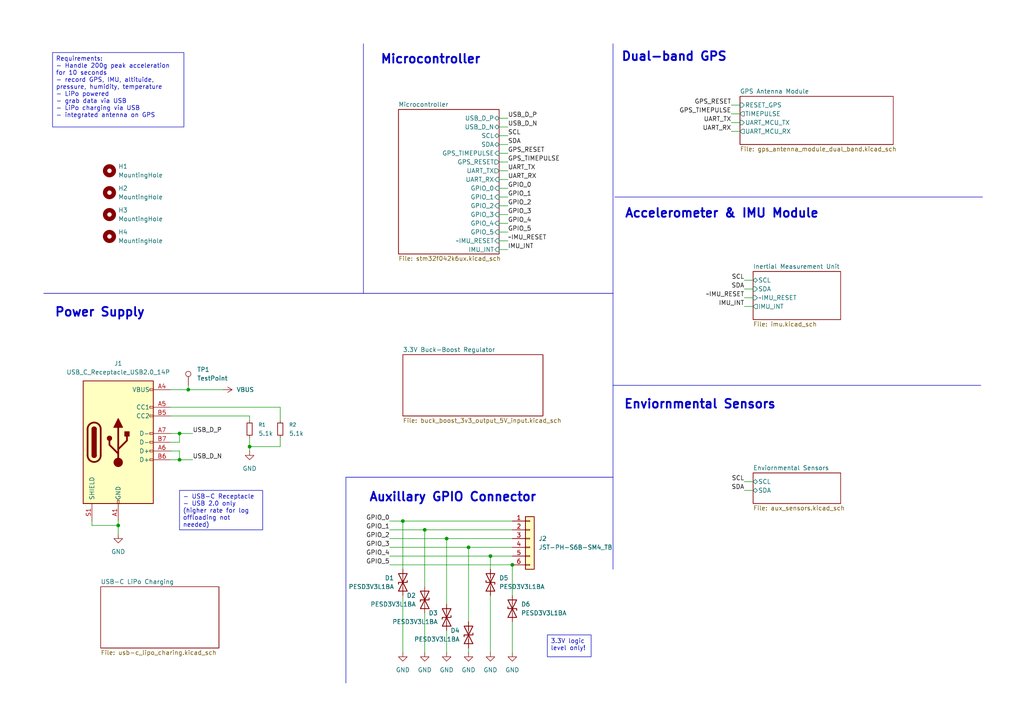
<source format=kicad_sch>
(kicad_sch (version 20250114) (generator "eeschema") (generator_version "9.0")
  (paper "A4")
  (title_block (title "Rocket Datalogger") (date "2025-08-18") (rev "1") (company "Brian Glen"))
  (lib_symbols
    (symbol "Connector:TestPoint" (pin_numbers (hide yes)) (pin_names (offset 0.762) (hide yes))
      (property "Reference" "TP" (at 0 6.858 0))
      (property "Value" "TestPoint" (at 0 5.08 0))
      (symbol "TestPoint_0_1"
        (circle (center 0 3.302) (radius 0.762))
      )
      (symbol "TestPoint_1_1"
        (pin passive line (at 0 0 90) (length 2.54) (name "1") (number "1"))
      )
    )
    (symbol "Connector:USB_C_Receptacle_USB2.0_14P" (pin_names (offset 1.016))
      (property "Reference" "J" (at 0 22.225 0))
      (property "Value" "USB_C_Receptacle_USB2.0_14P" (at 0 19.685 0))
      (symbol "USB_C_Receptacle_USB2.0_14P_0_0"
        (rectangle (start -0.254 -17.78) (end 0.254 -16.764))
        (rectangle (start 10.16 15.494) (end 9.144 14.986))
        (rectangle (start 10.16 10.414) (end 9.144 9.906))
        (rectangle (start 10.16 7.874) (end 9.144 7.366))
        (rectangle (start 10.16 2.794) (end 9.144 2.286))
        (rectangle (start 10.16 0.254) (end 9.144 -0.254))
        (rectangle (start 10.16 -2.286) (end 9.144 -2.794))
        (rectangle (start 10.16 -4.826) (end 9.144 -5.334))
      )
      (symbol "USB_C_Receptacle_USB2.0_14P_0_1"
        (rectangle (start -10.16 17.78) (end 10.16 -17.78) (stroke (width 0.254)) (fill (type background)))
        (polyline (pts (xy -8.89 -3.81) (xy -8.89 3.81)) (stroke (width 0.508)))
        (rectangle (start -7.62 -3.81) (end -6.35 3.81) (stroke (width 0.254)) (fill (type outline)))
        (arc (start -7.62 3.81) (mid -6.985 4.4423) (end -6.35 3.81) (stroke (width 0.254)))
        (arc (start -7.62 3.81) (mid -6.985 4.4423) (end -6.35 3.81) (stroke (width 0.254)) (fill (type outline)))
        (arc (start -8.89 3.81) (mid -6.985 5.7067) (end -5.08 3.81) (stroke (width 0.508)))
        (arc (start -5.08 -3.81) (mid -6.985 -5.7067) (end -8.89 -3.81) (stroke (width 0.508)))
        (arc (start -6.35 -3.81) (mid -6.985 -4.4423) (end -7.62 -3.81) (stroke (width 0.254)))
        (arc (start -6.35 -3.81) (mid -6.985 -4.4423) (end -7.62 -3.81) (stroke (width 0.254)) (fill (type outline)))
        (polyline (pts (xy -5.08 3.81) (xy -5.08 -3.81)) (stroke (width 0.508)))
        (circle (center -2.54 1.143) (radius 0.635) (stroke (width 0.254)) (fill (type outline)))
        (polyline (pts (xy -1.27 4.318) (xy 0 6.858) (xy 1.27 4.318) (xy -1.27 4.318)) (stroke (width 0.254)) (fill (type outline)))
        (polyline (pts (xy 0 -2.032) (xy 2.54 0.508) (xy 2.54 1.778)) (stroke (width 0.508)))
        (polyline (pts (xy 0 -3.302) (xy -2.54 -0.762) (xy -2.54 0.508)) (stroke (width 0.508)))
        (polyline (pts (xy 0 -5.842) (xy 0 4.318)) (stroke (width 0.508)))
        (circle (center 0 -5.842) (radius 1.27) (fill (type outline)))
        (rectangle (start 1.905 1.778) (end 3.175 3.048) (stroke (width 0.254)) (fill (type outline)))
      )
      (symbol "USB_C_Receptacle_USB2.0_14P_1_1"
        (pin passive line (at -7.62 -22.86 90) (length 5.08) (name "SHIELD") (number "S1"))
        (pin passive line (at 0 -22.86 90) (length 5.08) (name "GND") (number "A1"))
        (pin passive line (at 0 -22.86 90) (length 5.08) (hide yes) (name "GND") (number "A12"))
        (pin passive line (at 0 -22.86 90) (length 5.08) (hide yes) (name "GND") (number "B1"))
        (pin passive line (at 0 -22.86 90) (length 5.08) (hide yes) (name "GND") (number "B12"))
        (pin passive line (at 15.24 15.24 180) (length 5.08) (name "VBUS") (number "A4"))
        (pin passive line (at 15.24 15.24 180) (length 5.08) (hide yes) (name "VBUS") (number "A9"))
        (pin passive line (at 15.24 15.24 180) (length 5.08) (hide yes) (name "VBUS") (number "B4"))
        (pin passive line (at 15.24 15.24 180) (length 5.08) (hide yes) (name "VBUS") (number "B9"))
        (pin bidirectional line (at 15.24 10.16 180) (length 5.08) (name "CC1") (number "A5"))
        (pin bidirectional line (at 15.24 7.62 180) (length 5.08) (name "CC2") (number "B5"))
        (pin bidirectional line (at 15.24 2.54 180) (length 5.08) (name "D-") (number "A7"))
        (pin bidirectional line (at 15.24 0 180) (length 5.08) (name "D-") (number "B7"))
        (pin bidirectional line (at 15.24 -2.54 180) (length 5.08) (name "D+") (number "A6"))
        (pin bidirectional line (at 15.24 -5.08 180) (length 5.08) (name "D+") (number "B6"))
      )
    )
    (symbol "Connector_Generic:Conn_01x06" (pin_names (offset 1.016) (hide yes))
      (property "Reference" "J" (at 0 7.62 0))
      (property "Value" "Conn_01x06" (at 0 -10.16 0))
      (symbol "Conn_01x06_1_1"
        (rectangle (start -1.27 6.35) (end 1.27 -8.89) (stroke (width 0.254)) (fill (type background)))
        (rectangle (start -1.27 5.207) (end 0 4.953) (stroke (width 0.1524)))
        (rectangle (start -1.27 2.667) (end 0 2.413) (stroke (width 0.1524)))
        (rectangle (start -1.27 0.127) (end 0 -0.127) (stroke (width 0.1524)))
        (rectangle (start -1.27 -2.413) (end 0 -2.667) (stroke (width 0.1524)))
        (rectangle (start -1.27 -4.953) (end 0 -5.207) (stroke (width 0.1524)))
        (rectangle (start -1.27 -7.493) (end 0 -7.747) (stroke (width 0.1524)))
        (pin passive line (at -5.08 5.08 0) (length 3.81) (name "Pin_1") (number "1"))
        (pin passive line (at -5.08 2.54 0) (length 3.81) (name "Pin_2") (number "2"))
        (pin passive line (at -5.08 0 0) (length 3.81) (name "Pin_3") (number "3"))
        (pin passive line (at -5.08 -2.54 0) (length 3.81) (name "Pin_4") (number "4"))
        (pin passive line (at -5.08 -5.08 0) (length 3.81) (name "Pin_5") (number "5"))
        (pin passive line (at -5.08 -7.62 0) (length 3.81) (name "Pin_6") (number "6"))
      )
    )
    (symbol "Device:D_TVS" (pin_numbers (hide yes)) (pin_names (offset 1.016) (hide yes))
      (property "Reference" "D" (at 0 2.54 0))
      (property "Value" "D_TVS" (at 0 -2.54 0))
      (symbol "D_TVS_0_1"
        (polyline (pts (xy -2.54 1.27) (xy -2.54 -1.27) (xy 2.54 1.27) (xy 2.54 -1.27) (xy -2.54 1.27)) (stroke (width 0.254)))
        (polyline (pts (xy 0.508 1.27) (xy 0 1.27) (xy 0 -1.27) (xy -0.508 -1.27)) (stroke (width 0.254)))
        (polyline (pts (xy 1.27 0) (xy -1.27 0)))
      )
      (symbol "D_TVS_1_1"
        (pin passive line (at -3.81 0 0) (length 2.54) (name "A1") (number "1"))
        (pin passive line (at 3.81 0 180) (length 2.54) (name "A2") (number "2"))
      )
    )
    (symbol "Device:R_Small" (pin_numbers (hide yes)) (pin_names (offset 0.254) (hide yes))
      (property "Reference" "R" (at 0 0 90))
      (property "Value" "R_Small" (at 1.778 0 90))
      (symbol "R_Small_0_1"
        (rectangle (start -0.762 1.778) (end 0.762 -1.778) (stroke (width 0.2032)))
      )
      (symbol "R_Small_1_1"
        (pin passive line (at 0 2.54 270) (length 0.762) (name "~") (number "1"))
        (pin passive line (at 0 -2.54 90) (length 0.762) (name "~") (number "2"))
      )
    )
    (symbol "Mechanical:MountingHole" (pin_names (offset 1.016)) (in_bom no)
      (property "Reference" "H" (at 0 5.08 0))
      (property "Value" "MountingHole" (at 0 3.175 0))
      (symbol "MountingHole_0_1"
        (circle (center 0 0) (radius 1.27) (stroke (width 1.27)))
      )
    )
    (symbol "power:GND" (power) (pin_numbers (hide yes)) (pin_names (offset 0) (hide yes))
      (property "Value" "GND" (at 0 -3.81 0))
      (symbol "GND_0_1"
        (polyline (pts (xy 0 0) (xy 0 -1.27) (xy 1.27 -1.27) (xy 0 -2.54) (xy -1.27 -1.27) (xy 0 -1.27)))
      )
      (symbol "GND_1_1"
        (pin power_in line (at 0 0 270) (length 0) (name "~") (number "1"))
      )
    )
    (symbol "power:VBUS" (power) (pin_numbers (hide yes)) (pin_names (offset 0) (hide yes))
      (property "Value" "VBUS" (at 0 3.556 0))
      (symbol "VBUS_0_1"
        (polyline (pts (xy -0.762 1.27) (xy 0 2.54)))
        (polyline (pts (xy 0 2.54) (xy 0.762 1.27)))
        (polyline (pts (xy 0 0) (xy 0 2.54)))
      )
      (symbol "VBUS_1_1"
        (pin power_in line (at 0 0 90) (length 0) (name "~") (number "1"))
      )
    )
  )
  (rectangle (start 105.41 12.7) (end 105.41 85.09))
  (rectangle (start 177.8 111.76) (end 284.48 111.76))
  (rectangle (start 177.8 12.7) (end 177.8 165.1))
  (rectangle (start 100.33 138.4046) (end 177.8 138.43))
  (rectangle (start 178.308 57.15) (end 284.988 57.15))
  (rectangle (start 12.7 85.0646) (end 177.8 85.09))
  (rectangle (start 100.33 138.43) (end 100.33 198.12))
  (text "Auxillary GPIO Connector\n" (at 106.934 144.272 0) (effects (font (size 2.54 2.54) (thickness 0.508) (bold yes)) (justify left)))
  (text "Dual-band GPS" (at 180.086 16.51 0) (effects (font (size 2.54 2.54) (thickness 0.508) (bold yes)) (justify left)))
  (text "Power Supply" (at 15.748 90.678 0) (effects (font (size 2.54 2.54) (thickness 0.508) (bold yes)) (justify left)))
  (text "Enviornmental Sensors" (at 180.848 117.348 0) (effects (font (size 2.54 2.54) (thickness 0.508) (bold yes)) (justify left)))
  (text "Microcontroller" (at 110.236 17.272 0) (effects (font (size 2.54 2.54) (thickness 0.508) (bold yes)) (justify left)))
  (text "Accelerometer & IMU Module" (at 181.102 61.976 0) (effects (font (size 2.54 2.54) (thickness 0.508) (bold yes)) (justify left)))
  (text_box "- USB-C Receptacle\n- USB 2.0 only (higher rate for log offloading not needed)" (at 52.07 142.24 0) (size 24.13 11.43) (margins 0.9525 0.9525 0.9525 0.9525) (effects (font (size 1.27 1.27)) (justify left top)))
  (text_box "Requirements:\n- Handle 200g peak acceleration for 10 seconds\n- record GPS, IMU, altituide, pressure, humidity, temperature\n- LiPo powered\n- grab data via USB\n- LiPo charging via USB\n- integrated antenna on GPS" (at 15.24 15.24 0) (size 38.1 21.59) (margins 0.9525 0.9525 0.9525 0.9525) (effects (font (size 1.27 1.27)) (justify left top)))
  (text_box "3.3V logic level only!" (at 158.75 184.15 0) (size 12.7 6.35) (margins 0.9525 0.9525 0.9525 0.9525) (effects (font (size 1.27 1.27)) (justify left top)))
  (junction (at 142.24 161.29))
  (junction (at 54.61 113.03))
  (junction (at 52.07 125.73))
  (junction (at 116.84 151.13))
  (junction (at 135.89 158.75))
  (junction (at 148.59 163.83))
  (junction (at 129.54 156.21))
  (junction (at 52.07 133.35))
  (junction (at 72.39 129.54))
  (junction (at 34.29 152.4))
  (junction (at 123.19 153.67))
  (wire (pts (xy 144.78 41.91) (xy 147.32 41.91)))
  (wire (pts (xy 49.53 118.11) (xy 81.28 118.11)))
  (wire (pts (xy 147.32 44.45) (xy 144.78 44.45)))
  (wire (pts (xy 147.32 69.85) (xy 144.78 69.85)))
  (wire (pts (xy 144.78 34.29) (xy 147.32 34.29)))
  (wire (pts (xy 212.09 35.56) (xy 214.63 35.56)))
  (wire (pts (xy 215.9 81.28) (xy 218.44 81.28)))
  (wire (pts (xy 144.78 67.31) (xy 147.32 67.31)))
  (wire (pts (xy 34.29 151.13) (xy 34.29 152.4)))
  (wire (pts (xy 148.59 156.21) (xy 129.54 156.21)))
  (wire (pts (xy 49.53 113.03) (xy 54.61 113.03)))
  (wire (pts (xy 135.89 158.75) (xy 135.89 180.34)))
  (wire (pts (xy 72.39 127) (xy 72.39 129.54)))
  (wire (pts (xy 49.53 125.73) (xy 52.07 125.73)))
  (wire (pts (xy 148.59 163.83) (xy 148.59 172.72)))
  (wire (pts (xy 144.78 59.69) (xy 147.32 59.69)))
  (wire (pts (xy 52.07 128.27) (xy 49.53 128.27)))
  (wire (pts (xy 26.67 151.13) (xy 26.67 152.4)))
  (wire (pts (xy 148.59 180.34) (xy 148.59 189.23)))
  (wire (pts (xy 113.03 153.67) (xy 123.19 153.67)))
  (wire (pts (xy 144.78 57.15) (xy 147.32 57.15)))
  (wire (pts (xy 215.9 86.36) (xy 218.44 86.36)))
  (wire (pts (xy 129.54 182.88) (xy 129.54 189.23)))
  (wire (pts (xy 54.61 111.76) (xy 54.61 113.03)))
  (wire (pts (xy 148.59 161.29) (xy 142.24 161.29)))
  (wire (pts (xy 212.09 38.1) (xy 214.63 38.1)))
  (wire (pts (xy 148.59 158.75) (xy 135.89 158.75)))
  (wire (pts (xy 129.54 156.21) (xy 129.54 175.26)))
  (wire (pts (xy 215.9 142.24) (xy 218.44 142.24)))
  (wire (pts (xy 212.09 33.02) (xy 214.63 33.02)))
  (wire (pts (xy 72.39 129.54) (xy 81.28 129.54)))
  (wire (pts (xy 148.59 153.67) (xy 123.19 153.67)))
  (wire (pts (xy 81.28 121.92) (xy 81.28 118.11)))
  (wire (pts (xy 144.78 62.23) (xy 147.32 62.23)))
  (wire (pts (xy 54.61 113.03) (xy 64.77 113.03)))
  (wire (pts (xy 113.03 158.75) (xy 135.89 158.75)))
  (wire (pts (xy 144.78 39.37) (xy 147.32 39.37)))
  (wire (pts (xy 52.07 133.35) (xy 55.88 133.35)))
  (wire (pts (xy 113.03 163.83) (xy 148.59 163.83)))
  (wire (pts (xy 144.78 64.77) (xy 147.32 64.77)))
  (wire (pts (xy 144.78 54.61) (xy 147.32 54.61)))
  (wire (pts (xy 123.19 177.8) (xy 123.19 189.23)))
  (wire (pts (xy 147.32 49.53) (xy 144.78 49.53)))
  (wire (pts (xy 147.32 52.07) (xy 144.78 52.07)))
  (wire (pts (xy 113.03 161.29) (xy 142.24 161.29)))
  (wire (pts (xy 135.89 187.96) (xy 135.89 189.23)))
  (wire (pts (xy 116.84 172.72) (xy 116.84 189.23)))
  (wire (pts (xy 72.39 120.65) (xy 72.39 121.92)))
  (wire (pts (xy 49.53 130.81) (xy 52.07 130.81)))
  (wire (pts (xy 72.39 120.65) (xy 49.53 120.65)))
  (wire (pts (xy 147.32 46.99) (xy 144.78 46.99)))
  (wire (pts (xy 123.19 153.67) (xy 123.19 170.18)))
  (wire (pts (xy 142.24 172.72) (xy 142.24 189.23)))
  (wire (pts (xy 147.32 72.39) (xy 144.78 72.39)))
  (wire (pts (xy 215.9 88.9) (xy 218.44 88.9)))
  (wire (pts (xy 34.29 152.4) (xy 34.29 154.94)))
  (wire (pts (xy 52.07 130.81) (xy 52.07 133.35)))
  (wire (pts (xy 81.28 127) (xy 81.28 129.54)))
  (wire (pts (xy 142.24 161.29) (xy 142.24 165.1)))
  (wire (pts (xy 72.39 129.54) (xy 72.39 130.81)))
  (wire (pts (xy 215.9 83.82) (xy 218.44 83.82)))
  (wire (pts (xy 144.78 36.83) (xy 147.32 36.83)))
  (wire (pts (xy 52.07 125.73) (xy 55.88 125.73)))
  (wire (pts (xy 212.09 30.48) (xy 214.63 30.48)))
  (wire (pts (xy 52.07 125.73) (xy 52.07 128.27)))
  (wire (pts (xy 26.67 152.4) (xy 34.29 152.4)))
  (wire (pts (xy 116.84 151.13) (xy 116.84 165.1)))
  (wire (pts (xy 148.59 151.13) (xy 116.84 151.13)))
  (wire (pts (xy 215.9 139.7) (xy 218.44 139.7)))
  (wire (pts (xy 113.03 156.21) (xy 129.54 156.21)))
  (wire (pts (xy 116.84 151.13) (xy 113.03 151.13)))
  (wire (pts (xy 49.53 133.35) (xy 52.07 133.35)))
  (label "GPIO_1" (at 113.03 153.67 180))
  (label "SCL" (at 215.9 81.28 180))
  (label "SDA" (at 215.9 83.82 180))
  (label "GPIO_3" (at 147.32 62.23 0))
  (label "SDA" (at 147.32 41.91 0))
  (label "SDA" (at 215.9 142.24 180))
  (label "GPIO_5" (at 147.32 67.31 0))
  (label "GPIO_3" (at 113.03 158.75 180))
  (label "GPS_RESET" (at 147.32 44.45 0))
  (label "GPIO_5" (at 113.03 163.83 180))
  (label "USB_D_N" (at 55.88 133.35 0))
  (label "~IMU_RESET" (at 215.9 86.36 180))
  (label "UART_TX" (at 212.09 35.56 180))
  (label "GPIO_0" (at 113.03 151.13 180))
  (label "GPS_RESET" (at 212.09 30.48 180))
  (label "GPIO_2" (at 113.03 156.21 180))
  (label "SCL" (at 147.32 39.37 0))
  (label "USB_D_P" (at 55.88 125.73 0))
  (label "GPS_TIMEPULSE" (at 212.09 33.02 180))
  (label "IMU_INT" (at 215.9 88.9 180))
  (label "GPIO_4" (at 113.03 161.29 180))
  (label "GPS_TIMEPULSE" (at 147.32 46.99 0))
  (label "UART_RX" (at 212.09 38.1 180))
  (label "GPIO_2" (at 147.32 59.69 0))
  (label "USB_D_P" (at 147.32 34.29 0))
  (label "GPIO_0" (at 147.32 54.61 0))
  (label "UART_RX" (at 147.32 52.07 0))
  (label "GPIO_1" (at 147.32 57.15 0))
  (label "GPIO_4" (at 147.32 64.77 0))
  (label "~IMU_RESET" (at 147.32 69.85 0))
  (label "IMU_INT" (at 147.32 72.39 0))
  (label "UART_TX" (at 147.32 49.53 0))
  (label "USB_D_N" (at 147.32 36.83 0))
  (label "SCL" (at 215.9 139.7 180))
  (symbol (lib_id "Device:D_TVS") (at 148.59 176.53 90) (unit 1)
    (property "Reference" "D6" (at 151.13 175.2599 90) (effects (justify right)))
    (property "Value" "PESD3V3L1BA" (at 151.13 177.7999 90) (effects (justify right)))
    (property "Footprint" "Diode_SMD:D_SOD-323" (effects (hide yes)))
    (property "Description" "Bidirectional transient-voltage-suppression diode" (effects (hide yes)))
  )
  (symbol (lib_id "Mechanical:MountingHole") (at 31.75 68.58 0) (unit 1) (in_bom no)
    (property "Reference" "H4" (at 34.29 67.3099 0) (effects (justify left)))
    (property "Value" "MountingHole" (at 34.29 69.8499 0) (effects (justify left)))
    (property "Footprint" "MountingHole:MountingHole_3.2mm_M3" (effects (hide yes)))
    (property "Description" "Mounting Hole without connection" (effects (hide yes)))
  )
  (symbol (lib_id "Device:D_TVS") (at 123.19 173.99 270) (mirror x) (unit 1)
    (property "Reference" "D2" (at 120.65 172.7199 90) (effects (justify right)))
    (property "Value" "PESD3V3L1BA" (at 120.65 175.2599 90) (effects (justify right)))
    (property "Footprint" "Diode_SMD:D_SOD-323" (effects (hide yes)))
    (property "Description" "Bidirectional transient-voltage-suppression diode" (effects (hide yes)))
  )
  (symbol (lib_id "power:GND") (at 148.59 189.23 0) (unit 1)
    (property "Reference" "#PWR09" (effects (hide yes)))
    (property "Value" "GND" (at 148.59 194.31 0))
    (property "Description" "Power symbol creates a global label with name \"GND\" , ground" (effects (hide yes)))
  )
  (symbol (lib_id "power:GND") (at 129.54 189.23 0) (unit 1)
    (property "Reference" "#PWR06" (effects (hide yes)))
    (property "Value" "GND" (at 129.54 194.31 0))
    (property "Description" "Power symbol creates a global label with name \"GND\" , ground" (effects (hide yes)))
  )
  (symbol (lib_id "Mechanical:MountingHole") (at 31.75 62.23 0) (unit 1) (in_bom no)
    (property "Reference" "H3" (at 34.29 60.9599 0) (effects (justify left)))
    (property "Value" "MountingHole" (at 34.29 63.4999 0) (effects (justify left)))
    (property "Footprint" "MountingHole:MountingHole_3.2mm_M3" (effects (hide yes)))
    (property "Description" "Mounting Hole without connection" (effects (hide yes)))
  )
  (symbol (lib_id "Device:D_TVS") (at 116.84 168.91 270) (mirror x) (unit 1)
    (property "Reference" "D1" (at 114.3 167.6399 90) (effects (justify right)))
    (property "Value" "PESD3V3L1BA" (at 114.3 170.1799 90) (effects (justify right)))
    (property "Footprint" "Diode_SMD:D_SOD-323" (effects (hide yes)))
    (property "Description" "Bidirectional transient-voltage-suppression diode" (effects (hide yes)))
  )
  (symbol (lib_id "Mechanical:MountingHole") (at 31.75 49.53 0) (unit 1) (in_bom no)
    (property "Reference" "H1" (at 34.29 48.2599 0) (effects (justify left)))
    (property "Value" "MountingHole" (at 34.29 50.7999 0) (effects (justify left)))
    (property "Footprint" "MountingHole:MountingHole_3.2mm_M3" (effects (hide yes)))
    (property "Description" "Mounting Hole without connection" (effects (hide yes)))
  )
  (symbol (lib_id "power:GND") (at 34.29 154.94 0) (unit 1)
    (property "Reference" "#PWR01" (effects (hide yes)))
    (property "Value" "GND" (at 34.29 160.02 0))
    (property "Description" "Power symbol creates a global label with name \"GND\" , ground" (effects (hide yes)))
  )
  (symbol (lib_id "Device:D_TVS") (at 135.89 184.15 270) (mirror x) (unit 1)
    (property "Reference" "D4" (at 133.35 182.8799 90) (effects (justify right)))
    (property "Value" "PESD3V3L1BA" (at 133.35 185.4199 90) (effects (justify right)))
    (property "Footprint" "Diode_SMD:D_SOD-323" (effects (hide yes)))
    (property "Description" "Bidirectional transient-voltage-suppression diode" (effects (hide yes)))
  )
  (symbol (lib_id "Connector:TestPoint") (at 54.61 111.76 0) (unit 1)
    (property "Reference" "TP1" (at 57.15 107.1879 0) (effects (justify left)))
    (property "Value" "TestPoint" (at 57.15 109.7279 0) (effects (justify left)))
    (property "Footprint" "TestPoint:TestPoint_Pad_D2.0mm" (effects (hide yes)))
    (property "Description" "test point" (effects (hide yes)))
  )
  (symbol (lib_id "power:GND") (at 135.89 189.23 0) (unit 1)
    (property "Reference" "#PWR07" (effects (hide yes)))
    (property "Value" "GND" (at 135.89 194.31 0))
    (property "Description" "Power symbol creates a global label with name \"GND\" , ground" (effects (hide yes)))
  )
  (symbol (lib_id "Connector:USB_C_Receptacle_USB2.0_14P") (at 34.29 128.27 0) (unit 1)
    (property "Reference" "J1" (at 34.29 105.41 0))
    (property "Value" "USB_C_Receptacle_USB2.0_14P" (at 34.29 107.95 0))
    (property "Footprint" "Connector_USB:USB_C_Receptacle_GCT_USB4105-xx-A_16P_TopMnt_Horizontal" (effects (hide yes)))
    (property "Datasheet" "https://www.usb.org/sites/default/files/documents/usb_type-c.zip" (effects (hide yes)))
    (property "Description" "USB 2.0-only 14P Type-C Receptacle connector" (effects (hide yes)))
  )
  (symbol (lib_id "power:GND") (at 142.24 189.23 0) (unit 1)
    (property "Reference" "#PWR08" (effects (hide yes)))
    (property "Value" "GND" (at 142.24 194.31 0))
    (property "Description" "Power symbol creates a global label with name \"GND\" , ground" (effects (hide yes)))
  )
  (symbol (lib_id "power:GND") (at 123.19 189.23 0) (unit 1)
    (property "Reference" "#PWR05" (effects (hide yes)))
    (property "Value" "GND" (at 123.19 194.31 0))
    (property "Description" "Power symbol creates a global label with name \"GND\" , ground" (effects (hide yes)))
  )
  (symbol (lib_id "power:GND") (at 72.39 130.81 0) (unit 1)
    (property "Reference" "#PWR03" (effects (hide yes)))
    (property "Value" "GND" (at 72.39 135.89 0))
    (property "Description" "Power symbol creates a global label with name \"GND\" , ground" (effects (hide yes)))
  )
  (symbol (lib_id "Device:R_Small") (at 72.39 124.46 0) (unit 1)
    (property "Reference" "R1" (at 74.93 123.1899 0) (effects (font (size 1.016 1.016)) (justify left)))
    (property "Value" "5.1k" (at 74.93 125.7299 0) (effects (justify left)))
    (property "Footprint" "Resistor_SMD:R_0603_1608Metric" (effects (hide yes)))
    (property "Description" "Resistor, small symbol" (effects (hide yes)))
  )
  (symbol (lib_id "Connector_Generic:Conn_01x06") (at 153.67 156.21 0) (unit 1)
    (property "Reference" "J2" (at 156.21 156.2099 0) (effects (justify left)))
    (property "Value" "JST-PH-S6B-SM4_TB" (at 156.21 158.7499 0) (effects (justify left)))
    (property "Footprint" "Connector_JST:JST_PH_S6B-PH-SM4-TB_1x06-1MP_P2.00mm_Horizontal" (effects (hide yes)))
    (property "Description" "Generic connector, single row, 01x06, script generated (kicad-library-utils/schlib/autogen/connector/)" (effects (hide yes)))
  )
  (symbol (lib_id "Device:D_TVS") (at 142.24 168.91 90) (unit 1)
    (property "Reference" "D5" (at 144.78 167.6399 90) (effects (justify right)))
    (property "Value" "PESD3V3L1BA" (at 144.78 170.1799 90) (effects (justify right)))
    (property "Footprint" "Diode_SMD:D_SOD-323" (effects (hide yes)))
    (property "Description" "Bidirectional transient-voltage-suppression diode" (effects (hide yes)))
  )
  (symbol (lib_id "power:GND") (at 116.84 189.23 0) (unit 1)
    (property "Reference" "#PWR04" (effects (hide yes)))
    (property "Value" "GND" (at 116.84 194.31 0))
    (property "Description" "Power symbol creates a global label with name \"GND\" , ground" (effects (hide yes)))
  )
  (symbol (lib_id "Device:D_TVS") (at 129.54 179.07 270) (mirror x) (unit 1)
    (property "Reference" "D3" (at 127 177.7999 90) (effects (justify right)))
    (property "Value" "PESD3V3L1BA" (at 127 180.3399 90) (effects (justify right)))
    (property "Footprint" "Diode_SMD:D_SOD-323" (effects (hide yes)))
    (property "Description" "Bidirectional transient-voltage-suppression diode" (effects (hide yes)))
  )
  (symbol (lib_id "power:VBUS") (at 64.77 113.03 270) (unit 1)
    (property "Reference" "#PWR02" (effects (hide yes)))
    (property "Value" "VBUS" (at 68.58 113.0299 90) (effects (justify left)))
    (property "Description" "Power symbol creates a global label with name \"VBUS\"" (effects (hide yes)))
  )
  (symbol (lib_id "Device:R_Small") (at 81.28 124.46 0) (unit 1)
    (property "Reference" "R2" (at 83.82 123.1899 0) (effects (font (size 1.016 1.016)) (justify left)))
    (property "Value" "5.1k" (at 83.82 125.7299 0) (effects (justify left)))
    (property "Footprint" "Resistor_SMD:R_0603_1608Metric" (effects (hide yes)))
    (property "Description" "Resistor, small symbol" (effects (hide yes)))
  )
  (symbol (lib_id "Mechanical:MountingHole") (at 31.75 55.88 0) (unit 1) (in_bom no)
    (property "Reference" "H2" (at 34.29 54.6099 0) (effects (justify left)))
    (property "Value" "MountingHole" (at 34.29 57.1499 0) (effects (justify left)))
    (property "Footprint" "MountingHole:MountingHole_3.2mm_M3" (effects (hide yes)))
    (property "Description" "Mounting Hole without connection" (effects (hide yes)))
  )
  (sheet (at 29.21 170.18) (size 34.29 17.78) (stroke (width 0.1524))
    (property "Sheetname" "USB-C LiPo Charging" (at 29.21 169.4684 0) (effects (justify left bottom)))
    (property "Sheetfile" "usb-c_lipo_charing.kicad_sch" (at 29.21 188.5446 0) (effects (justify left top)))
  )
  (sheet (at 218.44 137.16) (size 25.4 8.89) (stroke (width 0.1524))
    (property "Sheetname" "Enviornmental Sensors" (at 218.44 136.4484 0) (effects (justify left bottom)))
    (property "Sheetfile" "aux_sensors.kicad_sch" (at 218.44 146.6346 0) (effects (justify left top)))
    (pin "SCL" bidirectional (at 218.44 139.7 180))
    (pin "SDA" bidirectional (at 218.44 142.24 180))
  )
  (sheet (at 116.84 102.87) (size 40.64 17.78) (stroke (width 0.1524))
    (property "Sheetname" "3.3V Buck-Boost Regulator" (at 116.84 102.1584 0) (effects (justify left bottom)))
    (property "Sheetfile" "buck_boost_3v3_output_5V_input.kicad_sch" (at 116.84 121.2346 0) (effects (justify left top)))
  )
  (sheet (at 218.44 78.74) (size 25.4 13.97) (stroke (width 0.1524))
    (property "Sheetname" "Inertial Measurement Unit" (at 218.44 78.0284 0) (effects (justify left bottom)))
    (property "Sheetfile" "imu.kicad_sch" (at 218.44 93.2946 0) (effects (justify left top)))
    (pin "SDA" input (at 218.44 83.82 180))
    (pin "SCL" bidirectional (at 218.44 81.28 180))
    (pin "~IMU_RESET" input (at 218.44 86.36 180))
    (pin "IMU_INT" output (at 218.44 88.9 180))
  )
  (sheet (at 115.57 31.75) (size 29.21 41.91) (stroke (width 0.1524))
    (property "Sheetname" "Microcontroller" (at 115.57 31.0384 0) (effects (justify left bottom)))
    (property "Sheetfile" "stm32f042k6ux.kicad_sch" (at 115.57 74.2446 0) (effects (justify left top)))
    (pin "USB_D_N" bidirectional (at 144.78 36.83 0))
    (pin "USB_D_P" bidirectional (at 144.78 34.29 0))
    (pin "SCL" bidirectional (at 144.78 39.37 0))
    (pin "SDA" bidirectional (at 144.78 41.91 0))
    (pin "GPS_TIMEPULSE" input (at 144.78 44.45 0))
    (pin "UART_TX" output (at 144.78 49.53 0))
    (pin "UART_RX" input (at 144.78 52.07 0))
    (pin "GPS_RESET" output (at 144.78 46.99 0))
    (pin "GPIO_3" input (at 144.78 62.23 0))
    (pin "GPIO_5" input (at 144.78 67.31 0))
    (pin "GPIO_2" input (at 144.78 59.69 0))
    (pin "GPIO_4" input (at 144.78 64.77 0))
    (pin "GPIO_0" input (at 144.78 54.61 0))
    (pin "GPIO_1" input (at 144.78 57.15 0))
    (pin "~IMU_RESET" input (at 144.78 69.85 0))
    (pin "IMU_INT" input (at 144.78 72.39 0))
  )
  (sheet (at 214.63 27.94) (size 44.45 13.97) (stroke (width 0.1524))
    (property "Sheetname" "GPS Antenna Module" (at 214.63 27.2284 0) (effects (justify left bottom)))
    (property "Sheetfile" "gps_antenna_module_dual_band.kicad_sch" (at 214.63 42.4946 0) (effects (justify left top)))
    (pin "TIMEPULSE" output (at 214.63 33.02 180))
    (pin "RESET_GPS" input (at 214.63 30.48 180))
    (pin "UART_MCU_RX" output (at 214.63 38.1 180))
    (pin "UART_MCU_TX" input (at 214.63 35.56 180))
  )
)
</source>
